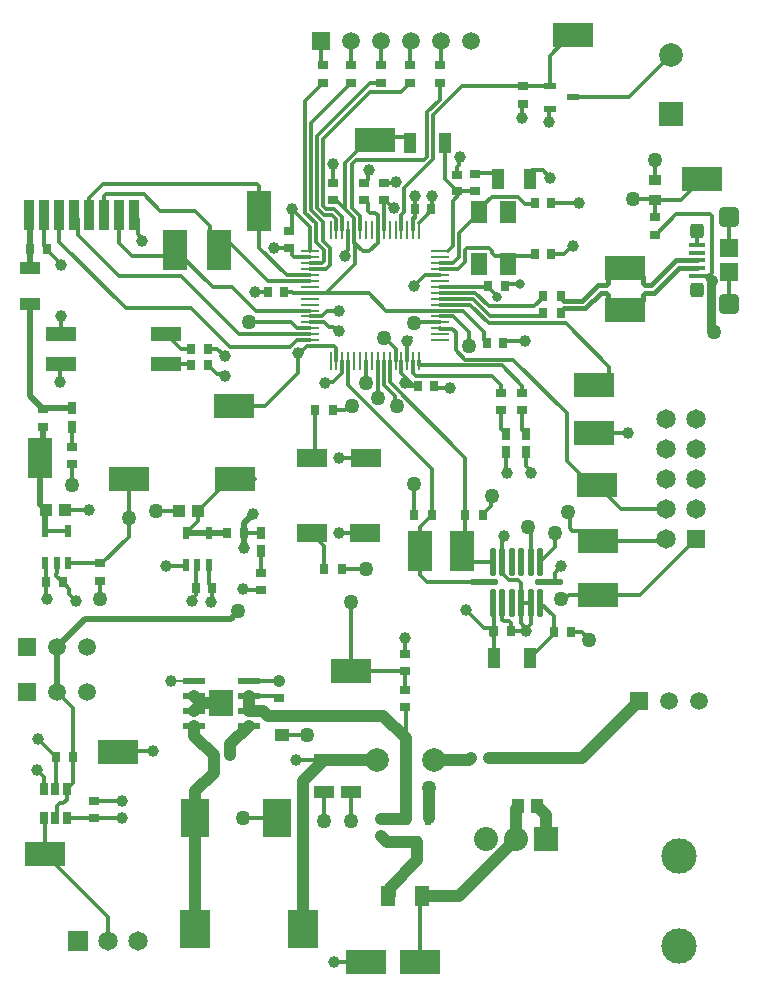
<source format=gtl>
G04*
G04 #@! TF.GenerationSoftware,Altium Limited,Altium Designer,23.11.1 (41)*
G04*
G04 Layer_Physical_Order=1*
G04 Layer_Color=255*
%FSLAX25Y25*%
%MOIN*%
G70*
G04*
G04 #@! TF.SameCoordinates,5FF802D6-143A-4804-846E-93AAEE263E3C*
G04*
G04*
G04 #@! TF.FilePolarity,Positive*
G04*
G01*
G75*
%ADD11C,0.00787*%
%ADD13C,0.03150*%
%ADD18C,0.01181*%
%ADD23R,0.03150X0.03543*%
%ADD24R,0.13780X0.07874*%
%ADD25R,0.07874X0.13780*%
%ADD26R,0.06102X0.05906*%
%ADD27R,0.05315X0.01575*%
%ADD28R,0.03150X0.03937*%
%ADD29R,0.02559X0.04331*%
%ADD30R,0.09843X0.06299*%
%ADD31R,0.10236X0.04724*%
%ADD32R,0.02756X0.03543*%
%ADD33R,0.05512X0.07480*%
%ADD34R,0.03543X0.03150*%
%ADD35O,0.00984X0.06102*%
%ADD36O,0.06102X0.00984*%
%ADD37R,0.04331X0.06693*%
%ADD38R,0.03543X0.02756*%
%ADD39R,0.03937X0.03937*%
%ADD40R,0.05118X0.07087*%
%ADD41R,0.02362X0.04134*%
%ADD42R,0.03543X0.09843*%
%ADD43R,0.03937X0.07087*%
%ADD44R,0.04331X0.05118*%
%ADD45R,0.09843X0.12598*%
%ADD46R,0.06693X0.04331*%
%ADD47R,0.05118X0.04331*%
%ADD48R,0.02362X0.03937*%
%ADD49R,0.07400X0.02000*%
%ADD50O,0.02165X0.09449*%
%ADD51R,0.03937X0.02362*%
%ADD52R,0.09449X0.12992*%
%ADD53R,0.03937X0.03543*%
%ADD54R,0.07087X0.03937*%
%ADD55O,0.09449X0.02165*%
%ADD82R,0.08465X0.09000*%
%ADD106C,0.01968*%
%ADD107C,0.01500*%
%ADD108C,0.03937*%
%ADD109C,0.06496*%
%ADD110R,0.06496X0.06496*%
G04:AMPARAMS|DCode=111|XSize=49.21mil|YSize=47.24mil|CornerRadius=11.81mil|HoleSize=0mil|Usage=FLASHONLY|Rotation=90.000|XOffset=0mil|YOffset=0mil|HoleType=Round|Shape=RoundedRectangle|*
%AMROUNDEDRECTD111*
21,1,0.04921,0.02362,0,0,90.0*
21,1,0.02559,0.04724,0,0,90.0*
1,1,0.02362,0.01181,0.01280*
1,1,0.02362,0.01181,-0.01280*
1,1,0.02362,-0.01181,-0.01280*
1,1,0.02362,-0.01181,0.01280*
%
%ADD111ROUNDEDRECTD111*%
G04:AMPARAMS|DCode=112|XSize=68.9mil|YSize=68.9mil|CornerRadius=17.22mil|HoleSize=0mil|Usage=FLASHONLY|Rotation=90.000|XOffset=0mil|YOffset=0mil|HoleType=Round|Shape=RoundedRectangle|*
%AMROUNDEDRECTD112*
21,1,0.06890,0.03445,0,0,90.0*
21,1,0.03445,0.06890,0,0,90.0*
1,1,0.03445,0.01722,0.01722*
1,1,0.03445,0.01722,-0.01722*
1,1,0.03445,-0.01722,-0.01722*
1,1,0.03445,-0.01722,0.01722*
%
%ADD112ROUNDEDRECTD112*%
%ADD113C,0.07874*%
%ADD114R,0.07874X0.07874*%
%ADD115C,0.08000*%
%ADD116R,0.08000X0.08000*%
%ADD117C,0.05906*%
%ADD118R,0.05906X0.05906*%
%ADD119C,0.11811*%
%ADD120R,0.06500X0.06500*%
%ADD121C,0.06500*%
%ADD122C,0.03937*%
%ADD123C,0.05000*%
%ADD124C,0.03150*%
D11*
X58106Y107894D02*
X65703D01*
D13*
X237475Y242622D02*
X238587Y241510D01*
X238094Y235473D02*
Y240604D01*
X238587Y241097D01*
X238000Y235379D02*
X238094Y235473D01*
X239000Y224000D02*
Y224501D01*
X238000Y225501D02*
X239000Y224501D01*
X238000Y225501D02*
Y235379D01*
D18*
X122697Y273756D02*
X123681Y274740D01*
X122500Y273756D02*
X122697D01*
X123681Y274740D02*
Y277681D01*
X124000Y278000D01*
X168504Y147539D02*
Y155504D01*
X169000Y156000D01*
X21000Y207500D02*
Y213039D01*
X21461Y213500D01*
X96657Y243110D02*
X104232D01*
X98378Y252122D02*
X98500Y252244D01*
X87500Y252267D02*
X96657Y243110D01*
X87500Y252267D02*
Y264500D01*
X92500Y252000D02*
X92622Y252122D01*
X98378D01*
X87500Y264500D02*
Y272808D01*
X191256Y124000D02*
X195000D01*
X197500Y121500D01*
X139218Y265026D02*
Y269474D01*
X139193Y269500D02*
X139218Y269474D01*
X135846Y264114D02*
Y272063D01*
X139218Y265026D02*
X139244Y265000D01*
X135846Y272063D02*
X145500Y281716D01*
X129232Y268209D02*
X131941Y265500D01*
X134843Y263110D02*
X135846Y264114D01*
X131941Y265500D02*
X132500D01*
X134843Y257972D02*
Y263110D01*
X129035Y268209D02*
X129232D01*
X161953Y163000D02*
Y163394D01*
X164575Y166016D01*
Y169075D01*
X165000Y169500D01*
X138779Y262048D02*
X138975Y262244D01*
X139244D01*
X138779Y257972D02*
Y262048D01*
X139244Y262244D02*
Y265000D01*
X184252Y316252D02*
X191000Y323000D01*
X116000Y250246D02*
X117126Y251372D01*
X109705Y237205D02*
X119346Y246847D01*
X117126Y251372D02*
Y257972D01*
X119346Y246847D02*
Y253644D01*
X116000Y249500D02*
Y250246D01*
X119095Y253896D02*
X119346Y253644D01*
X165000Y209500D02*
X168000Y206500D01*
X138779Y210392D02*
X139672Y209500D01*
X165000D01*
X146256Y205500D02*
X151000D01*
X145756Y206000D02*
X146256Y205500D01*
X138779Y210392D02*
Y214469D01*
X168000Y203953D02*
Y206500D01*
X136746Y207000D02*
X137746Y206000D01*
X136000Y207000D02*
X136746D01*
X137746Y206000D02*
X140244D01*
X134843Y210433D02*
X139760Y205516D01*
X128937Y206546D02*
X132661Y202823D01*
X156047Y163000D02*
Y182220D01*
X130905Y207362D02*
X156047Y182220D01*
X132661Y200122D02*
Y202823D01*
Y200122D02*
X133392Y199392D01*
X35173Y147173D02*
X43929Y155929D01*
X23638Y147173D02*
X35173D01*
X34465Y141071D02*
X34500Y141035D01*
Y135272D02*
Y141035D01*
X76547Y157000D02*
X77047D01*
X82476Y152024D02*
X82500Y152000D01*
X83252Y157299D02*
X88000D01*
X82226Y138274D02*
X86774D01*
X87000Y138047D01*
X82000Y138500D02*
X82226Y138274D01*
X82453Y157000D02*
X82476Y156976D01*
X175000Y295500D02*
Y300000D01*
X175197Y300197D01*
X184000Y298370D02*
X184252Y298622D01*
X184000Y294000D02*
Y298370D01*
X190500Y164000D02*
X190901Y163599D01*
Y158719D02*
Y163599D01*
Y158719D02*
X191774Y157846D01*
X177000Y157967D02*
Y159000D01*
X177953Y147539D02*
Y157014D01*
X177000Y157967D02*
X177953Y157014D01*
Y126699D02*
Y133957D01*
X171260Y124409D02*
X171350Y124500D01*
X176500D02*
Y125246D01*
X177953Y126699D01*
X175081Y126664D02*
Y126700D01*
X174803Y126978D02*
Y133957D01*
X171350Y124500D02*
X176500D01*
X174803Y126978D02*
X175081Y126700D01*
Y126664D02*
X176500Y125246D01*
X170634Y141437D02*
X173563D01*
X174615Y134334D02*
Y140385D01*
X173563Y141437D02*
X174615Y140385D01*
X174992Y133957D02*
X177953D01*
X174615Y134334D02*
X174992Y133957D01*
X168504Y147539D02*
X168692Y147351D01*
Y143379D02*
X170634Y141437D01*
X168692Y143379D02*
Y147351D01*
X86808Y273500D02*
X87500Y272808D01*
X35423Y273500D02*
X86808D01*
X30821Y268898D02*
X35423Y273500D01*
X54500Y264500D02*
X66000D01*
X71030Y254469D02*
X74000Y251500D01*
X71030Y254469D02*
Y259470D01*
X66000Y264500D02*
X71030Y259470D01*
X74970Y256530D02*
X90358Y241142D01*
X36519Y270000D02*
X49000D01*
X54500Y264500D01*
X35827Y269308D02*
X36519Y270000D01*
X35827Y262992D02*
Y269308D01*
X71917Y239083D02*
X78417D01*
X59500Y251500D02*
X71917Y239083D01*
X78417D02*
X86201Y231299D01*
X57500Y249500D02*
X59500Y251500D01*
X114000Y182000D02*
X122858D01*
X233380Y242955D02*
X237152D01*
X238587Y241097D02*
Y241510D01*
X90358Y241142D02*
X104232D01*
X98000Y227500D02*
X100106Y225394D01*
X104232D01*
X84000Y227500D02*
X98000D01*
X80575Y223425D02*
X104232D01*
X61291Y242709D02*
X80575Y223425D01*
X40791Y242709D02*
X61291D01*
X86201Y231299D02*
X104232D01*
X26997Y256503D02*
X40791Y242709D01*
X26997Y256503D02*
Y261811D01*
X21500Y223539D02*
Y229500D01*
X21461Y223500D02*
X21500Y223539D01*
X44000Y162000D02*
Y174500D01*
X43929Y155929D02*
Y161929D01*
X44000Y162000D01*
X65000Y135213D02*
X66252Y136465D01*
X65000Y134500D02*
Y135213D01*
X66252Y136465D02*
Y145835D01*
X71500Y134000D02*
X71632Y134132D01*
Y138813D02*
X71764Y138945D01*
X71632Y134132D02*
Y138813D01*
X70583Y140126D02*
X71764Y138945D01*
X103369Y219488D02*
X112399D01*
X113091Y214567D02*
Y218796D01*
X112399Y219488D02*
X113091Y218796D01*
X100881Y217000D02*
X103369Y219488D01*
X100500Y217000D02*
X100881D01*
X128937Y206546D02*
Y214469D01*
X127000Y202000D02*
Y205700D01*
X126969Y205731D02*
X127000Y205700D01*
X130905Y207362D02*
Y214469D01*
X126969Y205731D02*
Y214469D01*
X168216Y213000D02*
X175000Y206216D01*
X140748Y213098D02*
Y214469D01*
X153000Y218000D02*
X156032Y214968D01*
X140748Y213098D02*
X140847Y213000D01*
X168216D01*
X156032Y214968D02*
X172031D01*
X190000Y197000D01*
X157500Y219500D02*
Y224000D01*
X152169Y229331D02*
X157500Y224000D01*
X147736Y229331D02*
X152169D01*
X155201Y231299D02*
X162377Y224123D01*
Y221367D02*
Y224123D01*
X147736Y231299D02*
X155201D01*
X129794D02*
X147736D01*
X162377Y221367D02*
X163244Y220500D01*
X121595Y287483D02*
Y289154D01*
X126969Y257972D02*
Y260531D01*
Y253896D02*
Y257972D01*
X121595Y289154D02*
X137441D01*
X168756Y220500D02*
X169256Y221000D01*
X176000D01*
X153000Y218000D02*
Y224000D01*
X151705Y225295D02*
X153000Y224000D01*
X147835Y225295D02*
X151705D01*
X181260Y229500D02*
X182047Y230287D01*
X158548Y235236D02*
X164284Y229500D01*
X182047Y230287D02*
Y230500D01*
X164284Y229500D02*
X181260D01*
X189551Y227000D02*
X204000Y212551D01*
X157732Y233268D02*
X164000Y227000D01*
X189551D01*
X132878Y273878D02*
X133000Y274000D01*
X129000Y273756D02*
X129122Y273878D01*
X132878D01*
X145500Y281716D02*
Y296500D01*
X118500Y265500D02*
Y280216D01*
X119784Y281500D01*
X118500Y265500D02*
X121063Y262937D01*
X178315Y278000D02*
X182000D01*
X184500Y275500D01*
X153622Y271244D02*
X159500D01*
X153500Y271122D02*
X153622Y271244D01*
X160329Y277000D02*
X167685D01*
X153973Y279666D02*
Y281973D01*
X153500Y279193D02*
X153973Y279666D01*
Y281973D02*
X154500Y282500D01*
X153500Y276634D02*
Y279193D01*
X149406Y275217D02*
Y287000D01*
Y275217D02*
X153500Y271122D01*
X144878Y265122D02*
Y269378D01*
X145000Y269500D01*
X144953Y265000D02*
X145000D01*
X144878Y265122D02*
X145000Y265000D01*
X119784Y281500D02*
X142500D01*
X143500Y282500D02*
Y297500D01*
X142500Y281500D02*
X143500Y282500D01*
X137441Y289154D02*
X137594Y289000D01*
X120765Y286653D02*
X121595Y287483D01*
X176074Y266926D02*
X179170D01*
X173721Y269280D02*
X176074Y266926D01*
X164909Y269280D02*
X173721D01*
X162291Y266661D02*
X164909Y269280D01*
X179170Y266926D02*
X179244Y267000D01*
X160789Y265159D02*
X162291Y266661D01*
X159778Y265159D02*
X160776Y264161D01*
X158842Y264223D02*
X159778Y265159D01*
X160789D01*
X159778D02*
X161280Y266661D01*
X162291D01*
X158842Y261842D02*
Y264223D01*
X164909Y250413D02*
X165984Y249339D01*
X164909Y250413D02*
Y251150D01*
X156055Y251308D02*
X156747Y252000D01*
X164059D02*
X164909Y251150D01*
X156747Y252000D02*
X164059D01*
X156055Y247555D02*
Y251308D01*
X165984Y249339D02*
X169724D01*
X178583D01*
X153579Y245079D02*
X156055Y247555D01*
X169756Y240000D02*
X174500D01*
X169256Y239500D02*
X169756Y240000D01*
X166159Y236039D02*
X166536Y235662D01*
X166159Y236039D02*
Y236888D01*
X163744Y239303D02*
Y239500D01*
X179151Y232710D02*
X182047Y235606D01*
X159363Y237205D02*
X163858Y232710D01*
X179151D01*
X163744Y239303D02*
X166159Y236888D01*
X182047Y235606D02*
Y236000D01*
X147736Y235236D02*
X158548D01*
X147736Y233268D02*
X157732D01*
X150197Y237205D02*
X159363D01*
X147736Y235236D02*
X147736Y235236D01*
X150197Y237205D02*
X150197Y237205D01*
X147736Y237205D02*
X150197D01*
X147835Y239272D02*
X163516D01*
X163744Y239500D01*
X86000Y237500D02*
X90244D01*
X90244Y237500D01*
X129000Y268244D02*
X129035Y268209D01*
Y258071D02*
Y268209D01*
X124315Y263877D02*
X126000D01*
X126870Y263007D01*
Y260630D02*
Y263007D01*
X123623Y264569D02*
Y267260D01*
Y264569D02*
X124315Y263877D01*
X126870Y260630D02*
X126969Y260531D01*
X122639Y268244D02*
X123623Y267260D01*
X122500Y268244D02*
X122639D01*
X143772Y263819D02*
X144953Y265000D01*
X140847Y260433D02*
X143772Y263358D01*
Y263819D01*
X148906Y289000D02*
X150000Y287906D01*
X53000Y164500D02*
X60850D01*
X67150Y161102D02*
Y164500D01*
X63102Y157055D02*
X67150Y161102D01*
Y164500D02*
X79500Y176850D01*
X70583Y157055D02*
X70638Y157000D01*
X185744Y124000D02*
Y129315D01*
X181102Y133957D02*
X185744Y129315D01*
X177559Y115354D02*
X185744Y123539D01*
Y124000D01*
X118000Y112000D02*
Y134000D01*
X20810Y254190D02*
Y262992D01*
X43000Y232000D02*
X64733D01*
X20810Y254190D02*
X43000Y232000D01*
X17004Y251303D02*
Y251500D01*
Y251303D02*
X21500Y246807D01*
Y246500D02*
Y246807D01*
X64733Y232000D02*
X77701Y219032D01*
X97815D01*
X100500Y210547D02*
Y216984D01*
X97815Y219032D02*
X100156Y221372D01*
X100500Y216984D02*
X100508Y216992D01*
X100156Y221372D02*
Y221457D01*
X104232D01*
X56500Y213500D02*
X64047D01*
X64547Y213000D01*
X56500Y223500D02*
X61500Y218500D01*
X64547D01*
X75473Y210027D02*
X76000Y209500D01*
X73426Y210027D02*
X75473D01*
X70453Y213000D02*
X73426Y210027D01*
X70453Y218500D02*
X73500D01*
X76000Y216000D01*
X89453Y199500D02*
X100500Y210547D01*
X79000Y199500D02*
X89453D01*
X25815Y262992D02*
X26997Y261811D01*
X19595Y142948D02*
Y143384D01*
Y142948D02*
X21866Y140677D01*
X19595Y143384D02*
X19898Y143686D01*
Y147173D01*
X21866Y140677D02*
X24137Y138406D01*
X15500Y198453D02*
X15846Y198799D01*
X40832Y253668D02*
X45000Y249500D01*
X57500D01*
X47019Y256727D02*
Y261811D01*
Y256727D02*
X48500Y255246D01*
Y254500D02*
Y255246D01*
X40832Y253668D02*
Y262992D01*
X45838D02*
X47019Y261811D01*
X98315Y237500D02*
X98610Y237205D01*
X104232D01*
X95756Y237500D02*
X98315D01*
X98500Y249685D02*
X99169Y249016D01*
X104232D01*
X98500Y249685D02*
Y252244D01*
X30821Y262992D02*
Y268898D01*
X98500Y265000D02*
X104232Y259268D01*
X98500Y265000D02*
X98500Y265000D01*
X104232Y250984D02*
Y259268D01*
X98500Y257756D02*
Y265000D01*
X105146Y247146D02*
X108308D01*
X104232Y247047D02*
X105048D01*
X105146Y247146D01*
X11000Y245406D02*
X11024Y245429D01*
X10799Y262992D02*
X11024Y262767D01*
X24137Y136863D02*
X26500Y134500D01*
X24137Y136863D02*
Y138406D01*
X22000Y67000D02*
X23240Y68240D01*
X21000Y67000D02*
X22000D01*
X20189Y66189D02*
X21000Y67000D01*
X20189Y62965D02*
Y66189D01*
X23240Y68240D02*
Y71724D01*
X25256Y73740D01*
X19500Y62276D02*
X20189Y62965D01*
X214500Y136500D02*
X233000Y155000D01*
X200500Y136500D02*
X214500D01*
X222500Y154500D02*
X223000Y155000D01*
X200500Y154500D02*
X222500D01*
X208000Y165000D02*
X223000D01*
X200000Y173000D02*
X208000Y165000D01*
X108653Y288458D02*
X124195Y304000D01*
X108653Y266295D02*
Y288458D01*
X124195Y304000D02*
X134709D01*
X124303Y307087D02*
X127953D01*
X106685Y289469D02*
X124303Y307087D01*
X106685Y265480D02*
Y289469D01*
X113091Y258071D02*
Y261909D01*
X111705Y263295D02*
X113091Y261909D01*
X108870Y263295D02*
X111705D01*
X112011Y225743D02*
X113254Y224500D01*
X110743Y225743D02*
X112011D01*
X113254Y224500D02*
X114000D01*
X109124Y227362D02*
X110743Y225743D01*
X13500Y78000D02*
X15760Y75740D01*
Y71724D02*
Y75740D01*
X237152Y242955D02*
X237808D01*
X15804Y252700D02*
X17004Y251500D01*
X204000Y209500D02*
Y212551D01*
X191774Y157846D02*
X197153D01*
X199000Y190500D02*
X210500D01*
X190000Y181000D02*
Y197000D01*
X195000Y173000D02*
X198000Y170000D01*
X190000Y181000D02*
X195000Y176000D01*
X147736Y225394D02*
X147835Y225295D01*
X195000Y176000D02*
X201500D01*
X197153Y157846D02*
X200250Y154750D01*
X190533Y136500D02*
X197547D01*
X189033Y135000D02*
X190533Y136500D01*
X188000Y135000D02*
X189033D01*
X154086Y257086D02*
X158842Y261842D01*
X154086Y249086D02*
Y257086D01*
X152146Y247146D02*
X154086Y249086D01*
X151867Y252753D02*
Y267867D01*
X150197Y251083D02*
X151867Y252753D01*
Y267867D02*
X154000Y270000D01*
X147835Y247146D02*
X152146D01*
X147736Y245079D02*
X153579D01*
X111953Y198000D02*
X115967D01*
X117467Y199500D01*
X118500D01*
X144953Y163000D02*
Y178532D01*
X117126Y206358D02*
X144953Y178532D01*
X117126Y206358D02*
Y214469D01*
X111953Y198000D02*
X111953Y198000D01*
X128937Y257972D02*
X129035Y258071D01*
X164768Y123232D02*
Y125587D01*
X62677Y146000D02*
X63102Y146425D01*
X56500Y146000D02*
X62677D01*
X139024Y163024D02*
Y173476D01*
Y163024D02*
X139047Y163000D01*
X139000Y173500D02*
X139024Y173476D01*
X109000Y247838D02*
Y251420D01*
X109579Y245079D02*
X110968Y246468D01*
X108308Y247146D02*
X109000Y247838D01*
X106201Y254220D02*
X109000Y251420D01*
X110968Y246468D02*
Y252236D01*
X108661Y254543D02*
X110968Y252236D01*
X104232Y245079D02*
X109579D01*
X143500Y297500D02*
X147638Y301638D01*
X145500Y296500D02*
X155102Y306102D01*
X175197D01*
X116000Y280500D02*
X120765Y285265D01*
Y286653D01*
X134709Y304000D02*
X137795Y307087D01*
X112096Y207331D02*
X115157Y210392D01*
X109500Y207000D02*
X109831Y207331D01*
X112096D01*
X115157Y210392D02*
Y214469D01*
X147736Y233268D02*
X147736Y233268D01*
X238500Y243647D02*
Y262808D01*
X233370Y242945D02*
X233380Y242955D01*
X237808D02*
X238500Y243647D01*
X219500Y256547D02*
X219547D01*
X226500Y263500D01*
X237808D01*
X238500Y262808D01*
X191704Y252829D02*
X192171D01*
X188875Y250000D02*
X191704Y252829D01*
X184756Y250000D02*
X188875D01*
X184756Y267000D02*
X194000D01*
X212000Y268500D02*
X219153D01*
X219500Y268154D01*
X219500Y268154D01*
Y262453D02*
Y268154D01*
X228153Y268154D02*
X235000Y275000D01*
X219500Y268154D02*
X228153D01*
X219500Y274847D02*
Y281500D01*
X147736Y239173D02*
X147835Y239272D01*
X109705Y237205D02*
X123888D01*
X104232D02*
X109705D01*
X112000Y268244D02*
X112972D01*
X116000Y265216D01*
X119095Y262122D01*
X116000Y265216D02*
Y280500D01*
X119095Y257972D02*
Y262122D01*
X124072Y251000D02*
X126969Y253896D01*
X121991Y251000D02*
X124072D01*
X119095Y253896D02*
X121991Y251000D01*
X119095Y253896D02*
Y257972D01*
X123888Y237205D02*
X129794Y231299D01*
X139461Y227461D02*
X145276D01*
X139000Y227000D02*
X139461Y227461D01*
X145276D02*
X145374Y227362D01*
X147736D01*
X41000Y84500D02*
X52000D01*
X40500Y84000D02*
X41000Y84500D01*
X19744Y71969D02*
Y82500D01*
X25256Y73740D02*
Y82500D01*
X19500Y71724D02*
X19744Y71969D01*
X25256Y82500D02*
Y98744D01*
X16000Y50000D02*
X37000Y29000D01*
Y19000D02*
Y29000D01*
X16000Y50000D02*
Y62035D01*
X15760Y62276D02*
X16000Y62035D01*
X32500Y62244D02*
X41744D01*
X32500Y67756D02*
X41756D01*
X23240Y62276D02*
X23272Y62244D01*
X32500D01*
X20000Y104000D02*
X25256Y98744D01*
X13744Y88500D02*
X19744Y82500D01*
X162409Y125591D02*
X164764D01*
X165748Y115354D02*
Y124409D01*
X156500Y131500D02*
X162409Y125591D01*
X164764D02*
X164768Y125587D01*
X175000Y203953D02*
Y206216D01*
X176252Y179428D02*
Y183976D01*
Y179428D02*
X178000Y177680D01*
Y177000D02*
Y177680D01*
X169780Y177220D02*
Y183756D01*
Y177220D02*
X170000Y177000D01*
X169559Y183976D02*
X169780Y183756D01*
X168000Y191835D02*
X169559Y190276D01*
X175000Y191528D02*
X176252Y190276D01*
X139119Y239625D02*
X142604Y243110D01*
X139119Y239387D02*
Y239625D01*
X142604Y243110D02*
X147736D01*
X129378Y222000D02*
X132874Y218504D01*
X129000Y222000D02*
X129378D01*
X25000Y173000D02*
Y180047D01*
Y185953D02*
X25000Y185953D01*
Y192500D01*
X14500Y182000D02*
X15500Y183000D01*
X14500Y166547D02*
X16354Y164693D01*
X16158Y164496D02*
X16354Y164693D01*
X16158Y157803D02*
X23638D01*
X95000Y89850D02*
X103350D01*
X82000Y62000D02*
X93362D01*
X109000Y61000D02*
Y70685D01*
X118000Y61000D02*
Y70685D01*
Y112000D02*
X122000D01*
X118000Y111000D02*
Y112000D01*
X233370Y253181D02*
Y257906D01*
X244000Y252000D02*
Y261842D01*
Y234283D02*
Y244126D01*
X123016Y214453D02*
X123031Y214469D01*
X123016Y207016D02*
Y214453D01*
X123000Y207000D02*
X123016Y207016D01*
X126969Y214469D02*
X126969Y214469D01*
X132874Y214469D02*
Y218504D01*
X105142Y182000D02*
X106047Y182905D01*
Y198000D01*
X114953Y145000D02*
X114953Y145000D01*
X123000D01*
X114000Y157000D02*
X122716D01*
X109047Y145000D02*
Y152953D01*
X105000Y157000D02*
X109047Y152953D01*
X181102Y147539D02*
X186000Y152437D01*
Y157000D01*
X185912Y143912D02*
X188000Y146000D01*
X185912Y141203D02*
Y143912D01*
X183957Y140748D02*
X185457D01*
X185912Y141203D01*
X156047Y152047D02*
Y163000D01*
X141000Y151000D02*
Y159047D01*
X144953Y163000D01*
X141000Y143000D02*
Y151000D01*
X143252Y140748D02*
X162500D01*
X141000Y143000D02*
X143252Y140748D01*
X155000Y151000D02*
X158461Y147539D01*
X165354D01*
X155000Y151000D02*
X156047Y152047D01*
X88000Y143953D02*
X88000Y143953D01*
Y151000D01*
X82953Y157000D02*
X83252Y157299D01*
X143740Y61937D02*
X143870Y62067D01*
Y71870D02*
X144000Y72000D01*
X136000Y116953D02*
Y122000D01*
Y116953D02*
X136000Y116953D01*
X122000Y112000D02*
X122953Y111047D01*
X136000D01*
Y104953D02*
Y111047D01*
Y99047D02*
X136260Y98787D01*
Y88740D02*
Y98787D01*
X141000Y35291D02*
X141709Y36000D01*
X141000Y14000D02*
Y35291D01*
X112524Y14000D02*
X123000D01*
X93154Y102894D02*
X94000Y102047D01*
X83903Y102894D02*
X93154D01*
X99685Y81315D02*
X109000D01*
X83903Y107894D02*
X83962Y107953D01*
X94000D01*
X81500Y176000D02*
X85154D01*
X109686Y265263D02*
X112521D01*
X115157Y257972D02*
Y262626D01*
X112521Y265263D02*
X115157Y262626D01*
X108653Y266295D02*
X109686Y265263D01*
X109977Y231000D02*
X114000D01*
X104232Y227362D02*
X109124D01*
X134843Y210433D02*
Y214469D01*
X108661Y254543D02*
Y260720D01*
X104717Y293693D02*
X118110Y307087D01*
X106685Y265480D02*
X108870Y263295D01*
X104717Y264665D02*
X108661Y260720D01*
X102748Y263849D02*
Y301173D01*
Y263849D02*
X106201Y260397D01*
Y254220D02*
Y260397D01*
X104717Y264665D02*
Y293693D01*
X102748Y301173D02*
X108661Y307087D01*
X112000Y273756D02*
Y280000D01*
X178583Y249339D02*
X179244Y250000D01*
X104232Y229331D02*
X108308D01*
X109977Y231000D01*
X113091Y214567D02*
X113189Y214469D01*
X175000Y191528D02*
Y198047D01*
X168000Y191835D02*
Y198047D01*
X104232Y227362D02*
X104232Y227362D01*
X137189Y221189D02*
X138000Y222000D01*
X147736Y247047D02*
X147835Y247146D01*
X121063Y257972D02*
Y262937D01*
X113091Y258071D02*
X113189Y257972D01*
X147638Y301638D02*
Y307087D01*
X136811Y221189D02*
X137189D01*
X136811Y214469D02*
Y221189D01*
X85154Y176000D02*
X85870Y175284D01*
X175197Y306102D02*
X184252D01*
Y316252D01*
X192126Y302362D02*
X210630D01*
X224803Y316535D01*
X108189Y313465D02*
X108661Y312992D01*
X108189Y313465D02*
Y322835D01*
X118110Y322756D02*
X118189Y322835D01*
X118110Y312992D02*
Y322756D01*
X127953Y312992D02*
Y322598D01*
X128189Y322835D01*
X137795Y312992D02*
Y322441D01*
X138189Y322835D01*
X148189Y313543D02*
Y322835D01*
X147638Y312992D02*
X148189Y313543D01*
X30528Y164693D02*
X30528Y164693D01*
X22654D02*
X30528D01*
X16354Y135559D02*
Y140677D01*
Y135559D02*
X16748Y135165D01*
X16158Y147173D02*
X16354Y146976D01*
Y140677D02*
Y146976D01*
X170568Y127857D02*
X171260Y127165D01*
X168874Y127857D02*
X170568D01*
X168504Y128227D02*
X168874Y127857D01*
X168504Y128227D02*
Y133957D01*
X171260Y124409D02*
Y127165D01*
X165354Y133957D02*
X165748Y133563D01*
Y124409D02*
Y133563D01*
X15804Y252700D02*
Y262992D01*
X70583Y140126D02*
Y146425D01*
X66252Y145835D02*
X66843Y146425D01*
D23*
X163244Y220500D02*
D03*
X168756D02*
D03*
X163744Y239500D02*
D03*
X169256D02*
D03*
X184756Y250000D02*
D03*
X179244D02*
D03*
X144756Y265000D02*
D03*
X139244D02*
D03*
X90244Y237500D02*
D03*
X95756D02*
D03*
X71764Y138945D02*
D03*
X66252D02*
D03*
X179244Y267000D02*
D03*
X184756D02*
D03*
X72244Y83000D02*
D03*
X77756D02*
D03*
X21866Y140677D02*
D03*
X16354D02*
D03*
X16535Y251969D02*
D03*
X19744Y82500D02*
D03*
X191256Y124000D02*
D03*
X171260Y124409D02*
D03*
X145756Y206000D02*
D03*
X140244D02*
D03*
X165748Y124409D02*
D03*
X185744Y124000D02*
D03*
X25256Y82500D02*
D03*
X11024Y251969D02*
D03*
D24*
X200500Y136500D02*
D03*
Y154500D02*
D03*
X200000Y173000D02*
D03*
X209500Y231500D02*
D03*
Y245500D02*
D03*
X40500Y84000D02*
D03*
X126000Y288000D02*
D03*
X123000Y14000D02*
D03*
X79500Y175000D02*
D03*
X79000Y199500D02*
D03*
X199000Y206500D02*
D03*
Y190500D02*
D03*
X192000Y323000D02*
D03*
X16000Y50000D02*
D03*
X44000Y175000D02*
D03*
X141000Y14000D02*
D03*
X118000Y111000D02*
D03*
X235000Y275000D02*
D03*
D25*
X59500Y251500D02*
D03*
X155000Y151000D02*
D03*
X141000D02*
D03*
X74000Y251500D02*
D03*
X14500Y182000D02*
D03*
X87500Y264500D02*
D03*
D26*
X244000Y252000D02*
D03*
Y244126D02*
D03*
D27*
X233370Y242945D02*
D03*
Y245504D02*
D03*
Y248063D02*
D03*
Y250622D02*
D03*
Y253181D02*
D03*
D28*
X169559Y183976D02*
D03*
Y190276D02*
D03*
X176252Y183976D02*
D03*
Y190276D02*
D03*
X88000Y151000D02*
D03*
Y157299D02*
D03*
X25000Y192500D02*
D03*
Y198799D02*
D03*
D29*
X23240Y71724D02*
D03*
X15760D02*
D03*
Y62276D02*
D03*
X19500D02*
D03*
X23240D02*
D03*
X19500Y71724D02*
D03*
D30*
X122858Y182000D02*
D03*
X105142D02*
D03*
X105000Y157000D02*
D03*
X122716D02*
D03*
D31*
X21461Y223500D02*
D03*
Y213500D02*
D03*
X56500Y223500D02*
D03*
Y213500D02*
D03*
D32*
X64547Y218500D02*
D03*
X70453D02*
D03*
X64547Y213000D02*
D03*
X70453D02*
D03*
X82453Y157000D02*
D03*
X76547D02*
D03*
X163953Y82000D02*
D03*
X158047D02*
D03*
X139047Y163000D02*
D03*
X144953D02*
D03*
X114953Y145000D02*
D03*
X109047D02*
D03*
X111953Y198000D02*
D03*
X106047D02*
D03*
X161953Y163000D02*
D03*
X156047D02*
D03*
X182047Y236000D02*
D03*
X187953D02*
D03*
X182047Y230500D02*
D03*
X187953D02*
D03*
D33*
X160776Y246839D02*
D03*
Y264161D02*
D03*
X170224D02*
D03*
Y246839D02*
D03*
D34*
X97500Y252244D02*
D03*
Y257756D02*
D03*
X32500Y67756D02*
D03*
Y62244D02*
D03*
X122500Y273756D02*
D03*
X129000Y273756D02*
D03*
X112000Y273756D02*
D03*
X153500Y276634D02*
D03*
X159500Y276756D02*
D03*
Y271244D02*
D03*
X153500Y271122D02*
D03*
X112000Y268244D02*
D03*
X129000Y268244D02*
D03*
X122500Y268244D02*
D03*
D35*
X140748Y257972D02*
D03*
X136811D02*
D03*
X134843D02*
D03*
X132874D02*
D03*
X130905D02*
D03*
X128937D02*
D03*
X126969D02*
D03*
X125000D02*
D03*
X123031D02*
D03*
X121063D02*
D03*
X119095D02*
D03*
X117126D02*
D03*
X115157D02*
D03*
X113189D02*
D03*
X111221D02*
D03*
Y214469D02*
D03*
X113189D02*
D03*
X115157D02*
D03*
X117126D02*
D03*
X119095D02*
D03*
X121063D02*
D03*
X123031D02*
D03*
X125000D02*
D03*
X126969D02*
D03*
X128937D02*
D03*
X130905D02*
D03*
X132874D02*
D03*
X134843D02*
D03*
X138779D02*
D03*
X140748D02*
D03*
X136811D02*
D03*
X138779Y257972D02*
D03*
D36*
X104232Y249016D02*
D03*
Y247047D02*
D03*
Y245079D02*
D03*
Y243110D02*
D03*
Y241142D02*
D03*
Y239173D02*
D03*
Y237205D02*
D03*
Y235236D02*
D03*
Y233268D02*
D03*
Y231299D02*
D03*
Y229331D02*
D03*
Y227362D02*
D03*
Y225394D02*
D03*
Y223425D02*
D03*
Y221457D02*
D03*
X147736D02*
D03*
Y223425D02*
D03*
Y225394D02*
D03*
Y227362D02*
D03*
Y229331D02*
D03*
Y231299D02*
D03*
Y233268D02*
D03*
Y235236D02*
D03*
Y237205D02*
D03*
Y239173D02*
D03*
Y241142D02*
D03*
Y245079D02*
D03*
Y247047D02*
D03*
Y249016D02*
D03*
Y250984D02*
D03*
Y243110D02*
D03*
X104232Y250984D02*
D03*
D37*
X167185Y275000D02*
D03*
X177815D02*
D03*
D38*
X34465Y146976D02*
D03*
Y141071D02*
D03*
X88000Y143953D02*
D03*
Y138047D02*
D03*
X128000Y56047D02*
D03*
Y61953D02*
D03*
X136000Y116953D02*
D03*
Y111047D02*
D03*
Y104953D02*
D03*
Y99047D02*
D03*
X175197Y300197D02*
D03*
X25000Y180047D02*
D03*
X219500Y256547D02*
D03*
Y262453D02*
D03*
X94000Y107953D02*
D03*
Y102047D02*
D03*
X15500Y198453D02*
D03*
Y192547D02*
D03*
X25000Y185953D02*
D03*
X175197Y306102D02*
D03*
X108661Y312992D02*
D03*
Y307087D02*
D03*
X118110Y312992D02*
D03*
Y307087D02*
D03*
X127953Y312992D02*
D03*
Y307087D02*
D03*
X137795Y312992D02*
D03*
Y307087D02*
D03*
X147638Y312992D02*
D03*
Y307087D02*
D03*
X168000Y203953D02*
D03*
Y198047D02*
D03*
X175000Y203953D02*
D03*
Y198047D02*
D03*
D39*
X67150Y164500D02*
D03*
X60850D02*
D03*
X22654Y164693D02*
D03*
X16354D02*
D03*
D40*
X130291Y36000D02*
D03*
X141709D02*
D03*
D41*
X63102Y146425D02*
D03*
X66843D02*
D03*
X70583D02*
D03*
Y157055D02*
D03*
X63102D02*
D03*
X16158Y147173D02*
D03*
X23638D02*
D03*
Y157803D02*
D03*
X16158D02*
D03*
X19898Y147173D02*
D03*
D42*
X10799Y262992D02*
D03*
X15804D02*
D03*
X20810D02*
D03*
X25815D02*
D03*
X30821D02*
D03*
X35827D02*
D03*
X40832D02*
D03*
X45838D02*
D03*
D43*
X165748Y115354D02*
D03*
X177559D02*
D03*
X137594Y287000D02*
D03*
X149406D02*
D03*
D44*
X180150Y66000D02*
D03*
X173850D02*
D03*
D45*
X65890Y25000D02*
D03*
X102110D02*
D03*
D46*
X109000Y70685D02*
D03*
Y81315D02*
D03*
X118000Y70685D02*
D03*
Y81315D02*
D03*
D47*
X95000Y96150D02*
D03*
Y89850D02*
D03*
D48*
X143740Y61937D02*
D03*
X136260D02*
D03*
X140000Y54063D02*
D03*
D49*
X65703Y102894D02*
D03*
Y97894D02*
D03*
Y92894D02*
D03*
Y107894D02*
D03*
X83903D02*
D03*
Y102894D02*
D03*
Y97894D02*
D03*
Y92894D02*
D03*
D50*
X177953Y133957D02*
D03*
X174803D02*
D03*
X168504D02*
D03*
Y147539D02*
D03*
X181102D02*
D03*
X177953D02*
D03*
X174803D02*
D03*
X171653D02*
D03*
X165354D02*
D03*
Y133957D02*
D03*
X171653D02*
D03*
X181102D02*
D03*
D51*
X184252Y298622D02*
D03*
X192126Y302362D02*
D03*
X184252Y306102D02*
D03*
D52*
X93362Y62000D02*
D03*
X66000D02*
D03*
D53*
X219500Y274847D02*
D03*
Y268154D02*
D03*
D54*
X11000Y233594D02*
D03*
Y245406D02*
D03*
D55*
X183957Y140748D02*
D03*
X162500D02*
D03*
D82*
X74803Y100394D02*
D03*
D106*
X82453Y157000D02*
Y160453D01*
X85500Y163500D01*
X70638Y157000D02*
X76547D01*
X63102Y157055D02*
X70583D01*
X82476Y152024D02*
Y156976D01*
X20000Y119000D02*
X29500Y128500D01*
X78000D02*
X80500Y131000D01*
X29500Y128500D02*
X78000D01*
X15846Y198799D02*
X25000D01*
X11000Y202953D02*
X15500Y198453D01*
X11000Y202953D02*
Y233594D01*
X11024Y245429D02*
Y251969D01*
Y262767D01*
X20000Y104000D02*
Y119000D01*
X15500Y183000D02*
Y192547D01*
X14500Y166547D02*
Y182000D01*
X16158Y157803D02*
Y164496D01*
D107*
X187953Y235606D02*
Y236000D01*
Y230500D02*
Y230894D01*
X194956Y234500D02*
X200206Y239750D01*
X195991Y232000D02*
X201241Y237250D01*
X189059Y234500D02*
X194956D01*
X187953Y235606D02*
X189059Y234500D01*
X189059Y232000D02*
X195991D01*
X187953Y230894D02*
X189059Y232000D01*
X233341Y248033D02*
X233370Y248063D01*
X226377Y248033D02*
X233341D01*
X215198Y240629D02*
Y242313D01*
X218094Y239750D02*
X226377Y248033D01*
X216077Y239750D02*
X218094D01*
X215198Y240629D02*
X216077Y239750D01*
X209500Y245500D02*
X212011D01*
X215198Y242313D01*
X233341Y245533D02*
X233370Y245504D01*
X227413Y245533D02*
X233341D01*
X216077Y237250D02*
X219129D01*
X227413Y245533D01*
X215198Y236371D02*
X216077Y237250D01*
X215198Y234687D02*
Y236371D01*
X212011Y231500D02*
X215198Y234687D01*
X209500Y231500D02*
X212011D01*
X202923Y237250D02*
X203802Y236371D01*
X201241Y237250D02*
X202923D01*
X206989Y231500D02*
X209500D01*
X206989Y245500D02*
X209500D01*
X203802Y242313D02*
X206989Y245500D01*
X203802Y234687D02*
X206989Y231500D01*
X200206Y239750D02*
X202923D01*
X203802Y240629D02*
Y242313D01*
X202923Y239750D02*
X203802Y240629D01*
Y234687D02*
Y236371D01*
D108*
X65703Y97894D02*
X68203Y100394D01*
X65703Y102894D02*
X68203Y100394D01*
X74803D01*
X143870Y62067D02*
Y71870D01*
X163953Y82000D02*
X195000D01*
X214000Y101000D01*
X145685Y81315D02*
X157362D01*
X158047Y82000D01*
X83903Y97894D02*
Y102894D01*
X90332Y96150D02*
X95000D01*
X88587Y97894D02*
X90332Y96150D01*
X83903Y97894D02*
X88587D01*
X136260Y61937D02*
Y88740D01*
X128850Y96150D02*
X136260Y88740D01*
X118000Y81315D02*
X126685D01*
X109000D02*
X118000D01*
X95000Y96150D02*
X128850D01*
X128000Y61953D02*
X128016Y61937D01*
X136260D01*
X130074Y53973D02*
X137745D01*
X137835Y54063D01*
X140000D01*
X128000Y56047D02*
X130074Y53973D01*
X140000Y48063D02*
Y52862D01*
X130291Y36000D02*
X130882Y36590D01*
Y38945D01*
X140000Y48063D01*
X141709Y36000D02*
X154000D01*
X173000Y55000D01*
Y65150D01*
X183011Y63064D02*
Y63139D01*
X183000Y55000D02*
Y63053D01*
X183011Y63064D01*
X180150Y66000D02*
X183011Y63139D01*
X173000Y65150D02*
X173850Y66000D01*
X72244Y77244D02*
Y83000D01*
X66000Y25110D02*
Y71000D01*
X72244Y77244D01*
X102110Y25000D02*
Y74425D01*
X109000Y81315D01*
X93941Y107894D02*
X94000Y107953D01*
X77756Y86747D02*
X83903Y92894D01*
X77756Y83000D02*
Y86747D01*
X65703Y89541D02*
Y92894D01*
Y89541D02*
X72244Y83000D01*
X65890Y25000D02*
X66000Y25110D01*
D109*
X223000Y195000D02*
D03*
X233000D02*
D03*
X223000Y185000D02*
D03*
X233000D02*
D03*
X223000Y165000D02*
D03*
X233000D02*
D03*
X223000Y155000D02*
D03*
X233000Y175000D02*
D03*
X223000D02*
D03*
D110*
X233000Y155000D02*
D03*
D111*
X233370Y238221D02*
D03*
Y257906D02*
D03*
D112*
X244000Y233496D02*
D03*
Y262630D02*
D03*
D113*
X224803Y316535D02*
D03*
X145685Y81315D02*
D03*
X126685D02*
D03*
X74803Y100394D02*
D03*
D114*
X224803Y296850D02*
D03*
D115*
X173000Y55000D02*
D03*
X163000D02*
D03*
D116*
X183000D02*
D03*
D117*
X148000Y321000D02*
D03*
X138000D02*
D03*
X128000D02*
D03*
X118000D02*
D03*
X158000D02*
D03*
X30000Y119000D02*
D03*
X20000D02*
D03*
X224000Y101000D02*
D03*
X234000D02*
D03*
X20000Y104000D02*
D03*
X30000D02*
D03*
D118*
X108000Y321000D02*
D03*
X10000Y119000D02*
D03*
X214000Y101000D02*
D03*
X10000Y104000D02*
D03*
D119*
X227500Y19500D02*
D03*
Y49500D02*
D03*
D120*
X27000Y21000D02*
D03*
D121*
X37000D02*
D03*
X47000D02*
D03*
D122*
X124000Y278000D02*
D03*
X169000Y156000D02*
D03*
X21000Y207500D02*
D03*
X85500Y163500D02*
D03*
X92500Y252000D02*
D03*
X139193Y269500D02*
D03*
X132500Y265500D02*
D03*
X116000Y249500D02*
D03*
X151000Y205500D02*
D03*
X136000Y207000D02*
D03*
X82500Y152000D02*
D03*
X82000Y138500D02*
D03*
X175000Y295500D02*
D03*
X184000Y294000D02*
D03*
X176500Y124500D02*
D03*
X114000Y182000D02*
D03*
X21500Y229500D02*
D03*
X65000Y134500D02*
D03*
X71500Y134000D02*
D03*
X176000Y221000D02*
D03*
X133000Y274000D02*
D03*
X184500Y275500D02*
D03*
X145000Y269500D02*
D03*
X86000Y237500D02*
D03*
X21500Y246500D02*
D03*
X100508Y216992D02*
D03*
X76000Y216000D02*
D03*
Y209500D02*
D03*
X48500Y254500D02*
D03*
X114000Y224500D02*
D03*
X13500Y78000D02*
D03*
X210500Y190500D02*
D03*
X56500Y146000D02*
D03*
X98500Y265000D02*
D03*
X109500Y207000D02*
D03*
X192171Y252829D02*
D03*
X194000Y267000D02*
D03*
X52000Y84500D02*
D03*
X41744Y62244D02*
D03*
X41756Y67756D02*
D03*
X13744Y88500D02*
D03*
X156500Y131500D02*
D03*
X170000Y177000D02*
D03*
X178000D02*
D03*
X139119Y239387D02*
D03*
X188000Y146000D02*
D03*
X136000Y122000D02*
D03*
X112524Y14000D02*
D03*
X99685Y81315D02*
D03*
X58106Y107894D02*
D03*
X114000Y231000D02*
D03*
Y157000D02*
D03*
X112000Y280000D02*
D03*
X154500Y282500D02*
D03*
X136811Y221189D02*
D03*
X30528Y164693D02*
D03*
X26500Y134500D02*
D03*
X16748Y135165D02*
D03*
D123*
X197500Y121500D02*
D03*
X165000Y169500D02*
D03*
X133392Y199392D02*
D03*
X190500Y164000D02*
D03*
X177000Y159000D02*
D03*
X84000Y227500D02*
D03*
X44000Y162000D02*
D03*
X80500Y131000D02*
D03*
X34500Y135272D02*
D03*
X157500Y219500D02*
D03*
X53000Y164500D02*
D03*
X118000Y134000D02*
D03*
X239000Y224000D02*
D03*
X188000Y135000D02*
D03*
X118500Y199500D02*
D03*
X139000Y173500D02*
D03*
X212000Y268500D02*
D03*
X219500Y281500D02*
D03*
X139000Y227000D02*
D03*
X129000Y222000D02*
D03*
X25000Y173000D02*
D03*
X103350Y89850D02*
D03*
X82000Y62000D02*
D03*
X109000Y61000D02*
D03*
X118000D02*
D03*
X123000Y207000D02*
D03*
X127000Y202000D02*
D03*
X186000Y157000D02*
D03*
X123000Y145000D02*
D03*
X144000Y72000D02*
D03*
D124*
X174500Y240000D02*
D03*
X166536Y235662D02*
D03*
M02*

</source>
